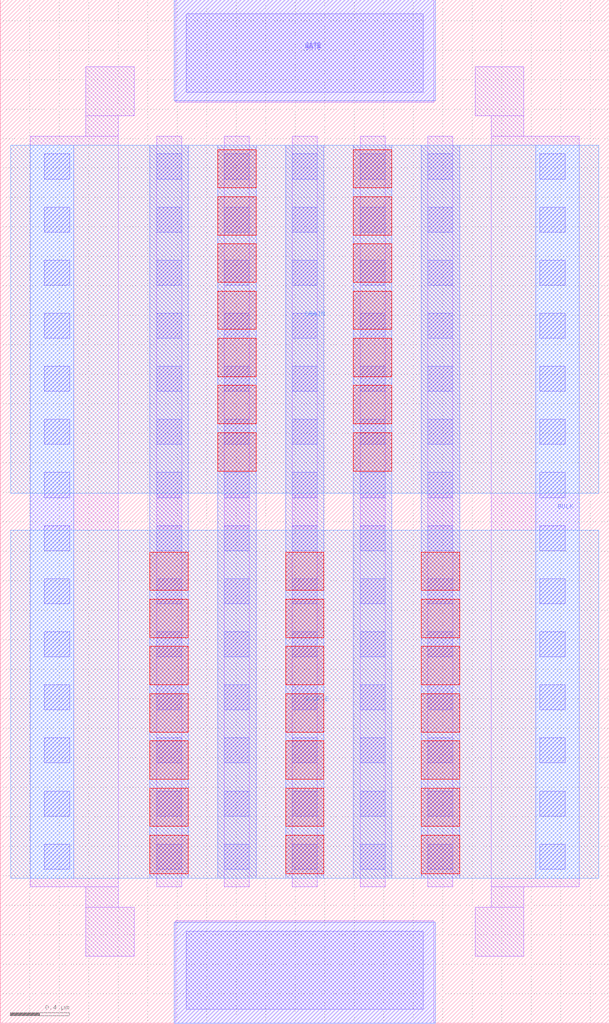
<source format=lef>
# Copyright 2020 The SkyWater PDK Authors
#
# Licensed under the Apache License, Version 2.0 (the "License");
# you may not use this file except in compliance with the License.
# You may obtain a copy of the License at
#
#     https://www.apache.org/licenses/LICENSE-2.0
#
# Unless required by applicable law or agreed to in writing, software
# distributed under the License is distributed on an "AS IS" BASIS,
# WITHOUT WARRANTIES OR CONDITIONS OF ANY KIND, either express or implied.
# See the License for the specific language governing permissions and
# limitations under the License.
#
# SPDX-License-Identifier: Apache-2.0

VERSION 5.7 ;
  NOWIREEXTENSIONATPIN ON ;
  DIVIDERCHAR "/" ;
  BUSBITCHARS "[]" ;
MACRO sky130_fd_pr__rf_pfet_01v8_bM04W5p00L0p18
  CLASS BLOCK ;
  FOREIGN sky130_fd_pr__rf_pfet_01v8_bM04W5p00L0p18 ;
  ORIGIN  0.000000  0.000000 ;
  SIZE  4.130000 BY  6.940000 ;
  PIN BULK
    ANTENNADIFFAREA  6.565000 ;
    ANTENNAGATEAREA  1.515000 ;
    PORT
      LAYER met1 ;
        RECT 0.205000 0.985000 0.500000 5.955000 ;
        RECT 3.630000 0.985000 3.925000 5.955000 ;
    END
  END BULK
  PIN DRAIN
    ANTENNADIFFAREA  2.828000 ;
    PORT
      LAYER met2 ;
        RECT 0.070000 3.595000 4.060000 5.955000 ;
    END
  END DRAIN
  PIN GATE
    ANTENNAGATEAREA  3.636000 ;
    PORT
      LAYER li1 ;
        RECT 1.190000 0.000000 2.940000 0.695000 ;
        RECT 1.190000 6.245000 2.940000 6.940000 ;
      LAYER mcon ;
        RECT 1.260000 0.095000 2.870000 0.625000 ;
        RECT 1.260000 6.315000 2.870000 6.845000 ;
    END
    PORT
      LAYER met1 ;
        RECT 1.180000 0.000000 2.950000 0.685000 ;
        RECT 1.180000 6.255000 2.950000 6.940000 ;
    END
  END GATE
  PIN SOURCE
    ANTENNADIFFAREA  4.242000 ;
    PORT
      LAYER met2 ;
        RECT 0.070000 0.985000 4.060000 3.345000 ;
    END
  END SOURCE
  OBS
    LAYER li1 ;
      RECT 0.205000 0.925000 0.800000 6.015000 ;
      RECT 0.580000 0.455000 0.910000 0.785000 ;
      RECT 0.580000 0.785000 0.800000 0.925000 ;
      RECT 0.580000 6.015000 0.800000 6.155000 ;
      RECT 0.580000 6.155000 0.910000 6.485000 ;
      RECT 1.060000 0.925000 1.230000 6.015000 ;
      RECT 1.520000 0.925000 1.690000 6.015000 ;
      RECT 1.980000 0.925000 2.150000 6.015000 ;
      RECT 2.440000 0.925000 2.610000 6.015000 ;
      RECT 2.900000 0.925000 3.070000 6.015000 ;
      RECT 3.220000 0.455000 3.550000 0.785000 ;
      RECT 3.220000 6.155000 3.550000 6.485000 ;
      RECT 3.330000 0.785000 3.550000 0.925000 ;
      RECT 3.330000 0.925000 3.925000 6.015000 ;
      RECT 3.330000 6.015000 3.550000 6.155000 ;
    LAYER mcon ;
      RECT 0.300000 1.045000 0.470000 1.215000 ;
      RECT 0.300000 1.405000 0.470000 1.575000 ;
      RECT 0.300000 1.765000 0.470000 1.935000 ;
      RECT 0.300000 2.125000 0.470000 2.295000 ;
      RECT 0.300000 2.485000 0.470000 2.655000 ;
      RECT 0.300000 2.845000 0.470000 3.015000 ;
      RECT 0.300000 3.205000 0.470000 3.375000 ;
      RECT 0.300000 3.565000 0.470000 3.735000 ;
      RECT 0.300000 3.925000 0.470000 4.095000 ;
      RECT 0.300000 4.285000 0.470000 4.455000 ;
      RECT 0.300000 4.645000 0.470000 4.815000 ;
      RECT 0.300000 5.005000 0.470000 5.175000 ;
      RECT 0.300000 5.365000 0.470000 5.535000 ;
      RECT 0.300000 5.725000 0.470000 5.895000 ;
      RECT 1.060000 1.045000 1.230000 1.215000 ;
      RECT 1.060000 1.405000 1.230000 1.575000 ;
      RECT 1.060000 1.765000 1.230000 1.935000 ;
      RECT 1.060000 2.125000 1.230000 2.295000 ;
      RECT 1.060000 2.485000 1.230000 2.655000 ;
      RECT 1.060000 2.845000 1.230000 3.015000 ;
      RECT 1.060000 3.205000 1.230000 3.375000 ;
      RECT 1.060000 3.565000 1.230000 3.735000 ;
      RECT 1.060000 3.925000 1.230000 4.095000 ;
      RECT 1.060000 4.285000 1.230000 4.455000 ;
      RECT 1.060000 4.645000 1.230000 4.815000 ;
      RECT 1.060000 5.005000 1.230000 5.175000 ;
      RECT 1.060000 5.365000 1.230000 5.535000 ;
      RECT 1.060000 5.725000 1.230000 5.895000 ;
      RECT 1.520000 1.045000 1.690000 1.215000 ;
      RECT 1.520000 1.405000 1.690000 1.575000 ;
      RECT 1.520000 1.765000 1.690000 1.935000 ;
      RECT 1.520000 2.125000 1.690000 2.295000 ;
      RECT 1.520000 2.485000 1.690000 2.655000 ;
      RECT 1.520000 2.845000 1.690000 3.015000 ;
      RECT 1.520000 3.205000 1.690000 3.375000 ;
      RECT 1.520000 3.565000 1.690000 3.735000 ;
      RECT 1.520000 3.925000 1.690000 4.095000 ;
      RECT 1.520000 4.285000 1.690000 4.455000 ;
      RECT 1.520000 4.645000 1.690000 4.815000 ;
      RECT 1.520000 5.005000 1.690000 5.175000 ;
      RECT 1.520000 5.365000 1.690000 5.535000 ;
      RECT 1.520000 5.725000 1.690000 5.895000 ;
      RECT 1.980000 1.045000 2.150000 1.215000 ;
      RECT 1.980000 1.405000 2.150000 1.575000 ;
      RECT 1.980000 1.765000 2.150000 1.935000 ;
      RECT 1.980000 2.125000 2.150000 2.295000 ;
      RECT 1.980000 2.485000 2.150000 2.655000 ;
      RECT 1.980000 2.845000 2.150000 3.015000 ;
      RECT 1.980000 3.205000 2.150000 3.375000 ;
      RECT 1.980000 3.565000 2.150000 3.735000 ;
      RECT 1.980000 3.925000 2.150000 4.095000 ;
      RECT 1.980000 4.285000 2.150000 4.455000 ;
      RECT 1.980000 4.645000 2.150000 4.815000 ;
      RECT 1.980000 5.005000 2.150000 5.175000 ;
      RECT 1.980000 5.365000 2.150000 5.535000 ;
      RECT 1.980000 5.725000 2.150000 5.895000 ;
      RECT 2.440000 1.045000 2.610000 1.215000 ;
      RECT 2.440000 1.405000 2.610000 1.575000 ;
      RECT 2.440000 1.765000 2.610000 1.935000 ;
      RECT 2.440000 2.125000 2.610000 2.295000 ;
      RECT 2.440000 2.485000 2.610000 2.655000 ;
      RECT 2.440000 2.845000 2.610000 3.015000 ;
      RECT 2.440000 3.205000 2.610000 3.375000 ;
      RECT 2.440000 3.565000 2.610000 3.735000 ;
      RECT 2.440000 3.925000 2.610000 4.095000 ;
      RECT 2.440000 4.285000 2.610000 4.455000 ;
      RECT 2.440000 4.645000 2.610000 4.815000 ;
      RECT 2.440000 5.005000 2.610000 5.175000 ;
      RECT 2.440000 5.365000 2.610000 5.535000 ;
      RECT 2.440000 5.725000 2.610000 5.895000 ;
      RECT 2.900000 1.045000 3.070000 1.215000 ;
      RECT 2.900000 1.405000 3.070000 1.575000 ;
      RECT 2.900000 1.765000 3.070000 1.935000 ;
      RECT 2.900000 2.125000 3.070000 2.295000 ;
      RECT 2.900000 2.485000 3.070000 2.655000 ;
      RECT 2.900000 2.845000 3.070000 3.015000 ;
      RECT 2.900000 3.205000 3.070000 3.375000 ;
      RECT 2.900000 3.565000 3.070000 3.735000 ;
      RECT 2.900000 3.925000 3.070000 4.095000 ;
      RECT 2.900000 4.285000 3.070000 4.455000 ;
      RECT 2.900000 4.645000 3.070000 4.815000 ;
      RECT 2.900000 5.005000 3.070000 5.175000 ;
      RECT 2.900000 5.365000 3.070000 5.535000 ;
      RECT 2.900000 5.725000 3.070000 5.895000 ;
      RECT 3.660000 1.045000 3.830000 1.215000 ;
      RECT 3.660000 1.405000 3.830000 1.575000 ;
      RECT 3.660000 1.765000 3.830000 1.935000 ;
      RECT 3.660000 2.125000 3.830000 2.295000 ;
      RECT 3.660000 2.485000 3.830000 2.655000 ;
      RECT 3.660000 2.845000 3.830000 3.015000 ;
      RECT 3.660000 3.205000 3.830000 3.375000 ;
      RECT 3.660000 3.565000 3.830000 3.735000 ;
      RECT 3.660000 3.925000 3.830000 4.095000 ;
      RECT 3.660000 4.285000 3.830000 4.455000 ;
      RECT 3.660000 4.645000 3.830000 4.815000 ;
      RECT 3.660000 5.005000 3.830000 5.175000 ;
      RECT 3.660000 5.365000 3.830000 5.535000 ;
      RECT 3.660000 5.725000 3.830000 5.895000 ;
    LAYER met1 ;
      RECT 1.015000 0.985000 1.275000 5.955000 ;
      RECT 1.475000 0.985000 1.735000 5.955000 ;
      RECT 1.935000 0.985000 2.195000 5.955000 ;
      RECT 2.395000 0.985000 2.655000 5.955000 ;
      RECT 2.855000 0.985000 3.115000 5.955000 ;
    LAYER via ;
      RECT 1.015000 1.015000 1.275000 1.275000 ;
      RECT 1.015000 1.335000 1.275000 1.595000 ;
      RECT 1.015000 1.655000 1.275000 1.915000 ;
      RECT 1.015000 1.975000 1.275000 2.235000 ;
      RECT 1.015000 2.295000 1.275000 2.555000 ;
      RECT 1.015000 2.615000 1.275000 2.875000 ;
      RECT 1.015000 2.935000 1.275000 3.195000 ;
      RECT 1.475000 3.745000 1.735000 4.005000 ;
      RECT 1.475000 4.065000 1.735000 4.325000 ;
      RECT 1.475000 4.385000 1.735000 4.645000 ;
      RECT 1.475000 4.705000 1.735000 4.965000 ;
      RECT 1.475000 5.025000 1.735000 5.285000 ;
      RECT 1.475000 5.345000 1.735000 5.605000 ;
      RECT 1.475000 5.665000 1.735000 5.925000 ;
      RECT 1.935000 1.015000 2.195000 1.275000 ;
      RECT 1.935000 1.335000 2.195000 1.595000 ;
      RECT 1.935000 1.655000 2.195000 1.915000 ;
      RECT 1.935000 1.975000 2.195000 2.235000 ;
      RECT 1.935000 2.295000 2.195000 2.555000 ;
      RECT 1.935000 2.615000 2.195000 2.875000 ;
      RECT 1.935000 2.935000 2.195000 3.195000 ;
      RECT 2.395000 3.745000 2.655000 4.005000 ;
      RECT 2.395000 4.065000 2.655000 4.325000 ;
      RECT 2.395000 4.385000 2.655000 4.645000 ;
      RECT 2.395000 4.705000 2.655000 4.965000 ;
      RECT 2.395000 5.025000 2.655000 5.285000 ;
      RECT 2.395000 5.345000 2.655000 5.605000 ;
      RECT 2.395000 5.665000 2.655000 5.925000 ;
      RECT 2.855000 1.015000 3.115000 1.275000 ;
      RECT 2.855000 1.335000 3.115000 1.595000 ;
      RECT 2.855000 1.655000 3.115000 1.915000 ;
      RECT 2.855000 1.975000 3.115000 2.235000 ;
      RECT 2.855000 2.295000 3.115000 2.555000 ;
      RECT 2.855000 2.615000 3.115000 2.875000 ;
      RECT 2.855000 2.935000 3.115000 3.195000 ;
  END
END sky130_fd_pr__rf_pfet_01v8_bM04W5p00L0p18
END LIBRARY

</source>
